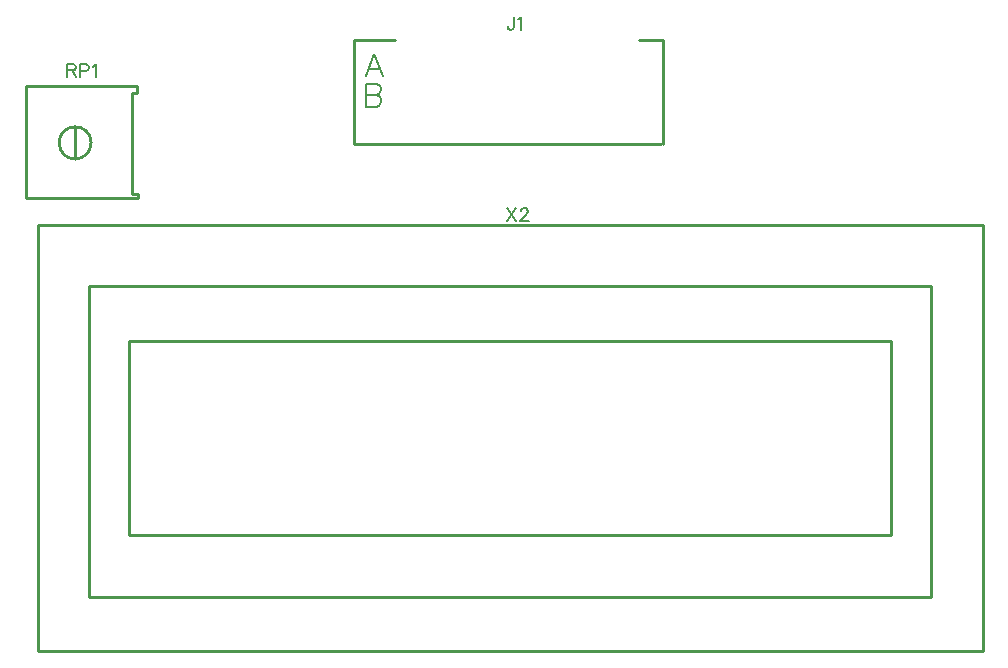
<source format=gto>
G04 Layer: TopSilkscreenLayer*
G04 EasyEDA v6.5.20, 2023-09-17 03:17:05*
G04 a67cddfb3fce44daa9051d46cbbcc19f,10*
G04 Gerber Generator version 0.2*
G04 Scale: 100 percent, Rotated: No, Reflected: No *
G04 Dimensions in millimeters *
G04 leading zeros omitted , absolute positions ,4 integer and 5 decimal *
%FSLAX45Y45*%
%MOMM*%

%ADD10C,0.1524*%
%ADD11C,0.2032*%
%ADD12C,0.2540*%

%LPD*%
D10*
X5052822Y9565131D02*
G01*
X5052822Y9481820D01*
X5047741Y9466326D01*
X5042408Y9460992D01*
X5031993Y9455912D01*
X5021579Y9455912D01*
X5011165Y9460992D01*
X5006086Y9466326D01*
X5001006Y9481820D01*
X5001006Y9492234D01*
X5087111Y9544304D02*
G01*
X5097525Y9549384D01*
X5113020Y9565131D01*
X5113020Y9455912D01*
D11*
X3800106Y8999865D02*
G01*
X3800106Y8805809D01*
X3800106Y8999865D02*
G01*
X3883418Y8999865D01*
X3911104Y8990467D01*
X3920248Y8981323D01*
X3929392Y8962781D01*
X3929392Y8944239D01*
X3920248Y8925951D01*
X3911104Y8916553D01*
X3883418Y8907409D01*
X3800106Y8907409D02*
G01*
X3883418Y8907409D01*
X3911104Y8898265D01*
X3920248Y8888867D01*
X3929392Y8870325D01*
X3929392Y8842639D01*
X3920248Y8824351D01*
X3911104Y8814953D01*
X3883418Y8805809D01*
X3800106Y8805809D01*
X3873919Y9254744D02*
G01*
X3800005Y9060687D01*
X3873919Y9254744D02*
G01*
X3947833Y9060687D01*
X3827691Y9125458D02*
G01*
X3920147Y9125458D01*
D10*
X4999481Y7944104D02*
G01*
X5072379Y7835137D01*
X5072379Y7944104D02*
G01*
X4999481Y7835137D01*
X5111750Y7918195D02*
G01*
X5111750Y7923276D01*
X5117084Y7933689D01*
X5122163Y7939023D01*
X5132577Y7944104D01*
X5153406Y7944104D01*
X5163820Y7939023D01*
X5168900Y7933689D01*
X5174234Y7923276D01*
X5174234Y7912862D01*
X5168900Y7902447D01*
X5158486Y7886954D01*
X5106670Y7835137D01*
X5179313Y7835137D01*
X1274998Y9165297D02*
G01*
X1274998Y9056331D01*
X1274998Y9165297D02*
G01*
X1321734Y9165297D01*
X1337228Y9160217D01*
X1342562Y9154883D01*
X1347642Y9144469D01*
X1347642Y9134055D01*
X1342562Y9123641D01*
X1337228Y9118561D01*
X1321734Y9113481D01*
X1274998Y9113481D01*
X1311320Y9113481D02*
G01*
X1347642Y9056331D01*
X1381932Y9165297D02*
G01*
X1381932Y9056331D01*
X1381932Y9165297D02*
G01*
X1428668Y9165297D01*
X1444416Y9160217D01*
X1449496Y9154883D01*
X1454830Y9144469D01*
X1454830Y9128975D01*
X1449496Y9118561D01*
X1444416Y9113481D01*
X1428668Y9108147D01*
X1381932Y9108147D01*
X1489120Y9144469D02*
G01*
X1499534Y9149803D01*
X1515028Y9165297D01*
X1515028Y9056331D01*
D12*
X6320790Y9368281D02*
G01*
X6320790Y8488171D01*
X3700106Y9369864D02*
G01*
X3700106Y8489868D01*
X6117843Y9368281D02*
G01*
X6317488Y9368281D01*
X3700018Y9369805D02*
G01*
X3705606Y9369805D01*
X4050029Y9369805D01*
X3700104Y8489868D02*
G01*
X6300116Y8489868D01*
X1024889Y7799984D02*
G01*
X9024874Y7799984D01*
X9024874Y4199991D01*
X1024889Y4199991D01*
X1024889Y7799984D01*
X1459890Y7284973D02*
G01*
X8589873Y7284973D01*
X8589873Y4654981D01*
X1459890Y4654981D01*
X1459890Y7284973D01*
X1799894Y6819976D02*
G01*
X8249894Y6819976D01*
X8249894Y5179974D01*
X1799894Y5179974D01*
X1799894Y6819976D01*
X1859897Y8982583D02*
G01*
X920097Y8982583D01*
X920097Y8030083D01*
X1872597Y8030083D01*
X1872597Y8068183D01*
X1821797Y8068183D01*
X1821797Y8919083D01*
X1859897Y8919083D01*
X1859897Y8982583D01*
X1340004Y8364636D02*
G01*
X1340004Y8635682D01*
G75*
G01*
X1475387Y8500047D02*
G03*
X1475387Y8497507I-135343J-1271D01*
M02*

</source>
